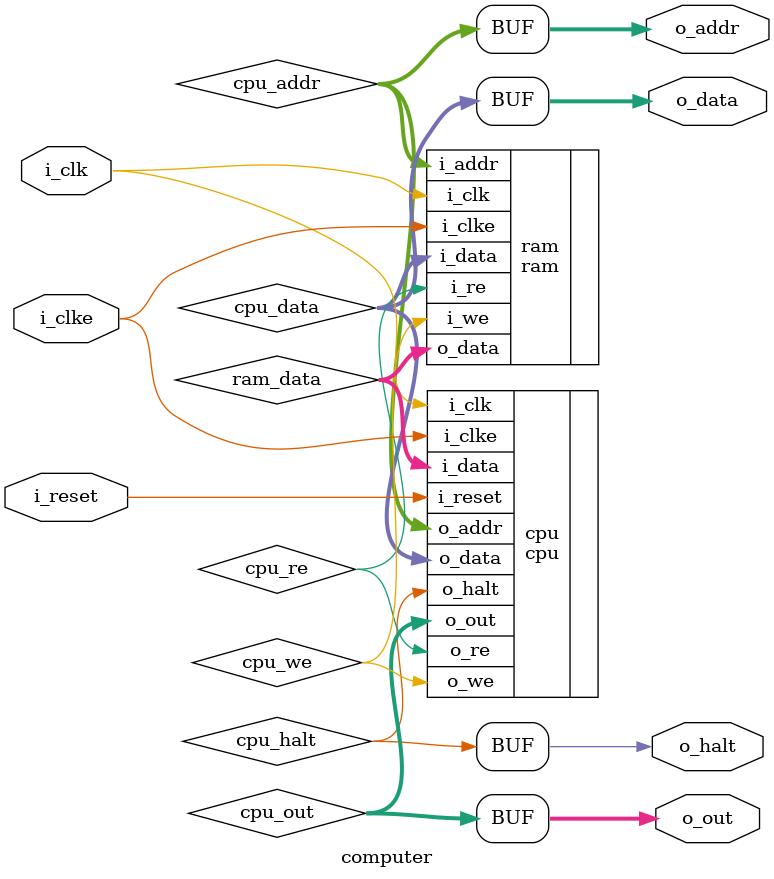
<source format=v>
`default_nettype none

module computer(i_clk,
                i_clke,
                i_reset,
                o_halt,
                o_addr,
                o_data,
                o_out);
   parameter DATA_WIDTH = 8; // the width of the data bus
   parameter ADDR_WIDTH = 4; // the width of the address bus

   input  wire                  i_clk;   // input clock
   input  wire                  i_clke;  // clock enable
   input  wire                  i_reset; // reset signal
   output wire                  o_halt;  // cpu halted
   output wire [ADDR_WIDTH-1:0] o_addr;  // address bus
   output wire [DATA_WIDTH-1:0] o_data;  // data bus
   output wire [DATA_WIDTH-1:0] o_out;   // contents of out register

   // wires for the cpu
   wire                         cpu_re;
   wire                         cpu_we;
   wire                         cpu_halt;
   wire [ADDR_WIDTH-1:0]        cpu_addr;
   wire [DATA_WIDTH-1:0]        cpu_data;
   wire [DATA_WIDTH-1:0]        cpu_out;

   // wires for the RAM memory
   wire [DATA_WIDTH-1:0]        ram_data;

   cpu #(.DATA_WIDTH(DATA_WIDTH),
         .ADDR_WIDTH(ADDR_WIDTH))
       cpu(.i_clk(i_clk),
           .i_clke(i_clke),
           .i_reset(i_reset),
           .i_data(ram_data),
           .o_re(cpu_re),
           .o_we(cpu_we),
           .o_halt(cpu_halt),
           .o_addr(cpu_addr),
           .o_data(cpu_data),
           .o_out(cpu_out));

   ram #(.DATA_WIDTH(DATA_WIDTH),
         .ADDR_WIDTH(ADDR_WIDTH),
         .INITIALIZE(1),
         .RAM_FILE("../../data/ram.b")) // initial contents of RAM
       ram(.i_clk(i_clk),
           .i_clke(i_clke),
           .i_re(cpu_re),
           .i_we(cpu_we),
           .i_addr(cpu_addr),
           .i_data(cpu_data),
           .o_data(ram_data));

   // The output wires
   assign o_halt = cpu_halt;
   assign o_addr = cpu_addr;
   assign o_data = cpu_data;
   assign o_out = cpu_out;

endmodule

</source>
